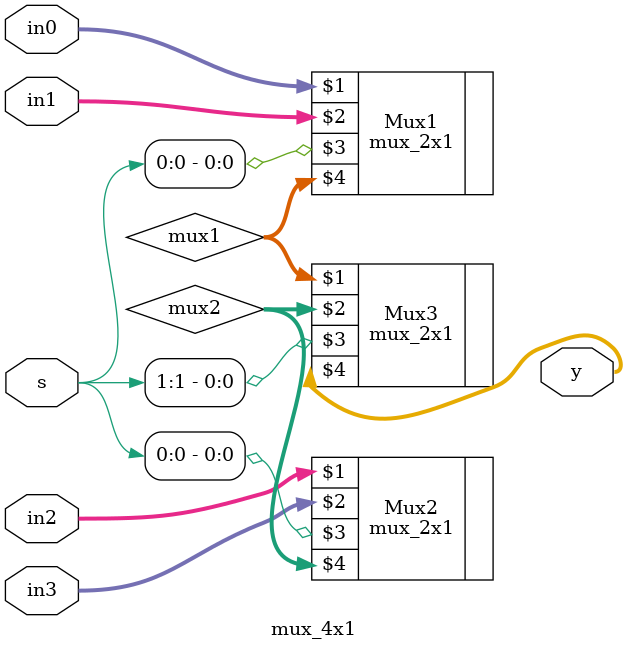
<source format=v>
`include "MUX_2x1.v"

module mux_4x1(in3, in2, in1, in0, s, y);

    
    input wire [63:0] in0;
    input wire [63:0] in1;
    input wire [63:0] in2;
    input wire [63:0] in3;
    input wire [1:0] s;
    output wire [63:0] y;

    wire [63:0] mux1, mux2;

    mux_2x1 Mux1(in0, in1, s[0], mux1);
    mux_2x1 Mux2(in2, in3, s[0], mux2);
    mux_2x1 Mux3(mux1, mux2, s[1], y);

endmodule
</source>
